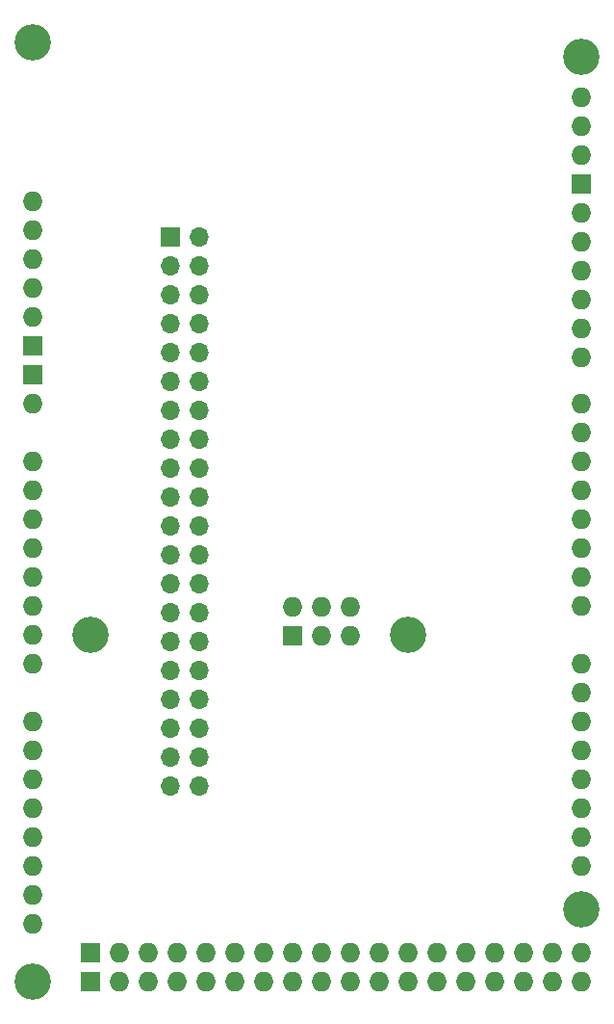
<source format=gbs>
%TF.GenerationSoftware,KiCad,Pcbnew,7.0.7*%
%TF.CreationDate,2023-09-28T15:46:00-05:00*%
%TF.ProjectId,iowa-rover-kiosk-mega-adapter,696f7761-2d72-46f7-9665-722d6b696f73,rev?*%
%TF.SameCoordinates,Original*%
%TF.FileFunction,Soldermask,Bot*%
%TF.FilePolarity,Negative*%
%FSLAX46Y46*%
G04 Gerber Fmt 4.6, Leading zero omitted, Abs format (unit mm)*
G04 Created by KiCad (PCBNEW 7.0.7) date 2023-09-28 15:46:00*
%MOMM*%
%LPD*%
G01*
G04 APERTURE LIST*
%ADD10O,1.727200X1.727200*%
%ADD11R,1.727200X1.727200*%
%ADD12C,3.200000*%
%ADD13R,1.700000X1.700000*%
%ADD14O,1.700000X1.700000*%
G04 APERTURE END LIST*
D10*
%TO.C,A1*%
X147960000Y-84445000D03*
X196220000Y-60061000D03*
X196220000Y-57521000D03*
X173360000Y-102352000D03*
X170820000Y-102352000D03*
X147960000Y-71745000D03*
X173360000Y-104892000D03*
X175900000Y-102352000D03*
X147960000Y-69205000D03*
D11*
X153040000Y-135245000D03*
X153040000Y-132705000D03*
X170820000Y-104892000D03*
X147960000Y-81905000D03*
X147960000Y-79365000D03*
X196220000Y-65141000D03*
D10*
X155580000Y-135245000D03*
X155580000Y-132705000D03*
X158120000Y-135245000D03*
X158120000Y-132705000D03*
X160660000Y-135245000D03*
X160660000Y-132705000D03*
X163200000Y-135245000D03*
X163200000Y-132705000D03*
X165740000Y-135245000D03*
X165740000Y-132705000D03*
X168280000Y-135245000D03*
X168280000Y-132705000D03*
X170820000Y-135245000D03*
X170820000Y-132705000D03*
X173360000Y-135245000D03*
X173360000Y-132705000D03*
X175900000Y-135245000D03*
X175900000Y-132705000D03*
X178440000Y-135245000D03*
X178440000Y-132705000D03*
X180980000Y-135245000D03*
X180980000Y-132705000D03*
X183520000Y-135245000D03*
X183520000Y-132705000D03*
X186060000Y-135245000D03*
X186060000Y-132705000D03*
X188600000Y-135245000D03*
X188600000Y-132705000D03*
X191140000Y-135245000D03*
X191140000Y-132705000D03*
X193680000Y-135245000D03*
X193680000Y-132705000D03*
X196220000Y-125085000D03*
X196220000Y-122545000D03*
X196220000Y-120005000D03*
X196220000Y-117465000D03*
X196220000Y-114925000D03*
X196220000Y-112385000D03*
X196220000Y-109845000D03*
X196220000Y-107305000D03*
X196220000Y-67681000D03*
X196220000Y-70221000D03*
X196220000Y-72761000D03*
X196220000Y-75301000D03*
X196220000Y-77841000D03*
X196220000Y-80381000D03*
X196220000Y-84445000D03*
X196220000Y-86985000D03*
X196220000Y-89525000D03*
X196220000Y-92065000D03*
X196220000Y-94605000D03*
X196220000Y-97145000D03*
X196220000Y-99685000D03*
X196220000Y-102225000D03*
X196220000Y-62601000D03*
X147960000Y-130165000D03*
X147960000Y-127625000D03*
X147960000Y-125085000D03*
X147960000Y-122545000D03*
X147960000Y-120005000D03*
X147960000Y-117465000D03*
X147960000Y-114925000D03*
X147960000Y-112385000D03*
X147960000Y-107305000D03*
X147960000Y-104765000D03*
X147960000Y-102225000D03*
X147960000Y-99685000D03*
X147960000Y-97145000D03*
X147960000Y-94605000D03*
X147960000Y-92065000D03*
X147960000Y-89525000D03*
X196220000Y-135245000D03*
X196220000Y-132705000D03*
X175900000Y-104892000D03*
X147960000Y-76825000D03*
X147960000Y-74285000D03*
D12*
X147960000Y-135245000D03*
X196220000Y-128895000D03*
X153040000Y-104765000D03*
X180980000Y-104765000D03*
D10*
X147960000Y-66665000D03*
D12*
X196220000Y-53965000D03*
X147960000Y-52695000D03*
%TD*%
D13*
%TO.C,J1*%
X160020000Y-69850000D03*
D14*
X162560000Y-69850000D03*
X160020000Y-72390000D03*
X162560000Y-72390000D03*
X160020000Y-74930000D03*
X162560000Y-74930000D03*
X160020000Y-77470000D03*
X162560000Y-77470000D03*
X160020000Y-80010000D03*
X162560000Y-80010000D03*
X160020000Y-82550000D03*
X162560000Y-82550000D03*
X160020000Y-85090000D03*
X162560000Y-85090000D03*
X160020000Y-87630000D03*
X162560000Y-87630000D03*
X160020000Y-90170000D03*
X162560000Y-90170000D03*
X160020000Y-92710000D03*
X162560000Y-92710000D03*
X160020000Y-95250000D03*
X162560000Y-95250000D03*
X160020000Y-97790000D03*
X162560000Y-97790000D03*
X160020000Y-100330000D03*
X162560000Y-100330000D03*
X160020000Y-102870000D03*
X162560000Y-102870000D03*
X160020000Y-105410000D03*
X162560000Y-105410000D03*
X160020000Y-107950000D03*
X162560000Y-107950000D03*
X160020000Y-110490000D03*
X162560000Y-110490000D03*
X160020000Y-113030000D03*
X162560000Y-113030000D03*
X160020000Y-115570000D03*
X162560000Y-115570000D03*
X160020000Y-118110000D03*
X162560000Y-118110000D03*
%TD*%
M02*

</source>
